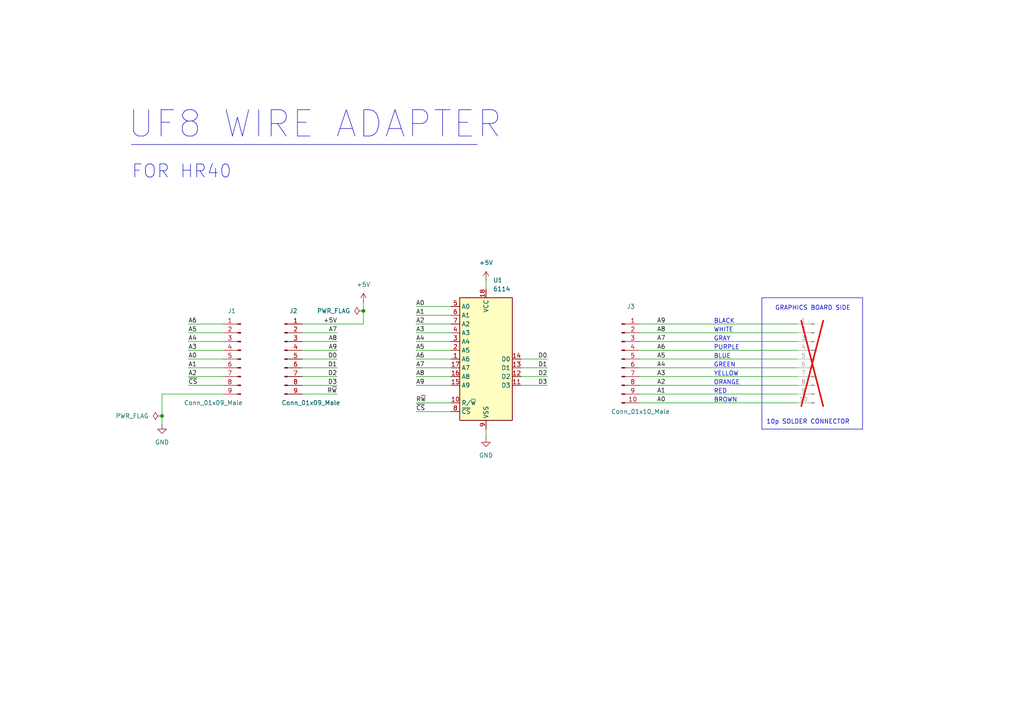
<source format=kicad_sch>
(kicad_sch (version 20231120) (generator "eeschema") (generator_version "8.0")
  (paper "A4")
  (title_block (title "UF8 WIRE ADAPTER") (date "2023-02-21") (rev "V001") (comment 2 "creativecommons.org/licenses/by-sa/4.0/") (comment 3 "License: CC BY-SA 4.0") (comment 4 "Author: InsaneDruid"))
  (lib_symbols
    (symbol "Connector:Conn_01x09_Pin" (pin_names (offset 1.016) hide)
      (property "Reference" "J" (at 0 12.7 0))
      (property "Value" "Conn_01x09_Pin" (at 0 -12.7 0))
      (symbol "Conn_01x09_Pin_1_1"
        (polyline (pts (xy 1.27 -10.16) (xy 0.8636 -10.16)) (stroke (width 0.1524)))
        (polyline (pts (xy 1.27 -7.62) (xy 0.8636 -7.62)) (stroke (width 0.1524)))
        (polyline (pts (xy 1.27 -5.08) (xy 0.8636 -5.08)) (stroke (width 0.1524)))
        (polyline (pts (xy 1.27 -2.54) (xy 0.8636 -2.54)) (stroke (width 0.1524)))
        (polyline (pts (xy 1.27 0) (xy 0.8636 0)) (stroke (width 0.1524)))
        (polyline (pts (xy 1.27 2.54) (xy 0.8636 2.54)) (stroke (width 0.1524)))
        (polyline (pts (xy 1.27 5.08) (xy 0.8636 5.08)) (stroke (width 0.1524)))
        (polyline (pts (xy 1.27 7.62) (xy 0.8636 7.62)) (stroke (width 0.1524)))
        (polyline (pts (xy 1.27 10.16) (xy 0.8636 10.16)) (stroke (width 0.1524)))
        (rectangle (start 0.8636 -10.033) (end 0 -10.287) (stroke (width 0.1524)) (fill (type outline)))
        (rectangle (start 0.8636 -7.493) (end 0 -7.747) (stroke (width 0.1524)) (fill (type outline)))
        (rectangle (start 0.8636 -4.953) (end 0 -5.207) (stroke (width 0.1524)) (fill (type outline)))
        (rectangle (start 0.8636 -2.413) (end 0 -2.667) (stroke (width 0.1524)) (fill (type outline)))
        (rectangle (start 0.8636 0.127) (end 0 -0.127) (stroke (width 0.1524)) (fill (type outline)))
        (rectangle (start 0.8636 2.667) (end 0 2.413) (stroke (width 0.1524)) (fill (type outline)))
        (rectangle (start 0.8636 5.207) (end 0 4.953) (stroke (width 0.1524)) (fill (type outline)))
        (rectangle (start 0.8636 7.747) (end 0 7.493) (stroke (width 0.1524)) (fill (type outline)))
        (rectangle (start 0.8636 10.287) (end 0 10.033) (stroke (width 0.1524)) (fill (type outline)))
        (pin passive line (at 5.08 10.16 180) (length 3.81) (name "Pin_1") (number "1"))
        (pin passive line (at 5.08 7.62 180) (length 3.81) (name "Pin_2") (number "2"))
        (pin passive line (at 5.08 5.08 180) (length 3.81) (name "Pin_3") (number "3"))
        (pin passive line (at 5.08 2.54 180) (length 3.81) (name "Pin_4") (number "4"))
        (pin passive line (at 5.08 0 180) (length 3.81) (name "Pin_5") (number "5"))
        (pin passive line (at 5.08 -2.54 180) (length 3.81) (name "Pin_6") (number "6"))
        (pin passive line (at 5.08 -5.08 180) (length 3.81) (name "Pin_7") (number "7"))
        (pin passive line (at 5.08 -7.62 180) (length 3.81) (name "Pin_8") (number "8"))
        (pin passive line (at 5.08 -10.16 180) (length 3.81) (name "Pin_9") (number "9"))
      )
    )
    (symbol "Connector:Conn_01x10_Pin" (pin_names (offset 1.016) hide)
      (property "Reference" "J" (at 0 12.7 0))
      (property "Value" "Conn_01x10_Pin" (at 0 -15.24 0))
      (symbol "Conn_01x10_Pin_1_1"
        (polyline (pts (xy 1.27 -12.7) (xy 0.8636 -12.7)) (stroke (width 0.1524)))
        (polyline (pts (xy 1.27 -10.16) (xy 0.8636 -10.16)) (stroke (width 0.1524)))
        (polyline (pts (xy 1.27 -7.62) (xy 0.8636 -7.62)) (stroke (width 0.1524)))
        (polyline (pts (xy 1.27 -5.08) (xy 0.8636 -5.08)) (stroke (width 0.1524)))
        (polyline (pts (xy 1.27 -2.54) (xy 0.8636 -2.54)) (stroke (width 0.1524)))
        (polyline (pts (xy 1.27 0) (xy 0.8636 0)) (stroke (width 0.1524)))
        (polyline (pts (xy 1.27 2.54) (xy 0.8636 2.54)) (stroke (width 0.1524)))
        (polyline (pts (xy 1.27 5.08) (xy 0.8636 5.08)) (stroke (width 0.1524)))
        (polyline (pts (xy 1.27 7.62) (xy 0.8636 7.62)) (stroke (width 0.1524)))
        (polyline (pts (xy 1.27 10.16) (xy 0.8636 10.16)) (stroke (width 0.1524)))
        (rectangle (start 0.8636 -12.573) (end 0 -12.827) (stroke (width 0.1524)) (fill (type outline)))
        (rectangle (start 0.8636 -10.033) (end 0 -10.287) (stroke (width 0.1524)) (fill (type outline)))
        (rectangle (start 0.8636 -7.493) (end 0 -7.747) (stroke (width 0.1524)) (fill (type outline)))
        (rectangle (start 0.8636 -4.953) (end 0 -5.207) (stroke (width 0.1524)) (fill (type outline)))
        (rectangle (start 0.8636 -2.413) (end 0 -2.667) (stroke (width 0.1524)) (fill (type outline)))
        (rectangle (start 0.8636 0.127) (end 0 -0.127) (stroke (width 0.1524)) (fill (type outline)))
        (rectangle (start 0.8636 2.667) (end 0 2.413) (stroke (width 0.1524)) (fill (type outline)))
        (rectangle (start 0.8636 5.207) (end 0 4.953) (stroke (width 0.1524)) (fill (type outline)))
        (rectangle (start 0.8636 7.747) (end 0 7.493) (stroke (width 0.1524)) (fill (type outline)))
        (rectangle (start 0.8636 10.287) (end 0 10.033) (stroke (width 0.1524)) (fill (type outline)))
        (pin passive line (at 5.08 10.16 180) (length 3.81) (name "Pin_1") (number "1"))
        (pin passive line (at 5.08 -12.7 180) (length 3.81) (name "Pin_10") (number "10"))
        (pin passive line (at 5.08 7.62 180) (length 3.81) (name "Pin_2") (number "2"))
        (pin passive line (at 5.08 5.08 180) (length 3.81) (name "Pin_3") (number "3"))
        (pin passive line (at 5.08 2.54 180) (length 3.81) (name "Pin_4") (number "4"))
        (pin passive line (at 5.08 0 180) (length 3.81) (name "Pin_5") (number "5"))
        (pin passive line (at 5.08 -2.54 180) (length 3.81) (name "Pin_6") (number "6"))
        (pin passive line (at 5.08 -5.08 180) (length 3.81) (name "Pin_7") (number "7"))
        (pin passive line (at 5.08 -7.62 180) (length 3.81) (name "Pin_8") (number "8"))
        (pin passive line (at 5.08 -10.16 180) (length 3.81) (name "Pin_9") (number "9"))
      )
    )
    (symbol "hrXX_lib_sch:6114"
      (property "Reference" "U" (at 2.54 22.86 0))
      (property "Value" "6114" (at 2.54 20.32 0))
      (symbol "6114_0_1"
        (rectangle (start -7.62 17.78) (end 7.62 -17.78) (stroke (width 0.254)) (fill (type background)))
      )
      (symbol "6114_1_1"
        (pin input line (at -10.16 0 0) (length 2.54) (name "A6") (number "1"))
        (pin input line (at -10.16 -12.7 0) (length 2.54) (name "R/~{W}") (number "10"))
        (pin bidirectional line (at 10.16 -7.62 180) (length 2.54) (name "D3") (number "11"))
        (pin bidirectional line (at 10.16 -5.08 180) (length 2.54) (name "D2") (number "12"))
        (pin bidirectional line (at 10.16 -2.54 180) (length 2.54) (name "D1") (number "13"))
        (pin bidirectional line (at 10.16 0 180) (length 2.54) (name "D0") (number "14"))
        (pin input line (at -10.16 -7.62 0) (length 2.54) (name "A9") (number "15"))
        (pin input line (at -10.16 -5.08 0) (length 2.54) (name "A8") (number "16"))
        (pin input line (at -10.16 -2.54 0) (length 2.54) (name "A7") (number "17"))
        (pin power_in line (at 0 20.32 270) (length 2.54) (name "VCC") (number "18"))
        (pin input line (at -10.16 2.54 0) (length 2.54) (name "A5") (number "2"))
        (pin input line (at -10.16 5.08 0) (length 2.54) (name "A4") (number "3"))
        (pin input line (at -10.16 7.62 0) (length 2.54) (name "A3") (number "4"))
        (pin input line (at -10.16 15.24 0) (length 2.54) (name "A0") (number "5"))
        (pin input line (at -10.16 12.7 0) (length 2.54) (name "A1") (number "6"))
        (pin input line (at -10.16 10.16 0) (length 2.54) (name "A2") (number "7"))
        (pin input line (at -10.16 -15.24 0) (length 2.54) (name "~{CS}") (number "8"))
        (pin power_in line (at 0 -20.32 90) (length 2.54) (name "VSS") (number "9"))
      )
    )
    (symbol "power:+5V" (power) (pin_numbers hide) (pin_names (offset 0) hide)
      (property "Value" "+5V" (at 0 3.556 0))
      (symbol "+5V_0_1"
        (polyline (pts (xy -0.762 1.27) (xy 0 2.54)))
        (polyline (pts (xy 0 0) (xy 0 2.54)))
        (polyline (pts (xy 0 2.54) (xy 0.762 1.27)))
      )
      (symbol "+5V_1_1"
        (pin power_in line (at 0 0 90) (length 0) (name "~") (number "1"))
      )
    )
    (symbol "power:GND" (power) (pin_numbers hide) (pin_names (offset 0) hide)
      (property "Value" "GND" (at 0 -3.81 0))
      (symbol "GND_0_1"
        (polyline (pts (xy 0 0) (xy 0 -1.27) (xy 1.27 -1.27) (xy 0 -2.54) (xy -1.27 -1.27) (xy 0 -1.27)))
      )
      (symbol "GND_1_1"
        (pin power_in line (at 0 0 270) (length 0) (name "~") (number "1"))
      )
    )
    (symbol "power:PWR_FLAG" (power) (pin_numbers hide) (pin_names (offset 0) hide)
      (property "Value" "PWR_FLAG" (at 0 3.81 0))
      (symbol "PWR_FLAG_0_0"
        (pin power_out line (at 0 0 90) (length 0) (name "~") (number "1"))
      )
      (symbol "PWR_FLAG_0_1"
        (polyline (pts (xy 0 0) (xy 0 1.27) (xy -1.016 1.905) (xy 0 2.54) (xy 1.016 1.905) (xy 0 1.27)))
      )
    )
  )
  (junction (at 105.41 90.17))
  (junction (at 46.99 120.65))
  (wire (pts (xy 185.42 106.68) (xy 231.14 106.68)))
  (wire (pts (xy 64.77 109.22) (xy 54.61 109.22)))
  (wire (pts (xy 158.75 109.22) (xy 151.13 109.22)))
  (wire (pts (xy 87.63 106.68) (xy 97.79 106.68)))
  (wire (pts (xy 158.75 104.14) (xy 151.13 104.14)))
  (wire (pts (xy 120.65 104.14) (xy 130.81 104.14)))
  (wire (pts (xy 120.65 116.84) (xy 130.81 116.84)))
  (wire (pts (xy 64.77 104.14) (xy 54.61 104.14)))
  (wire (pts (xy 140.97 81.28) (xy 140.97 83.82)))
  (wire (pts (xy 64.77 99.06) (xy 54.61 99.06)))
  (wire (pts (xy 185.42 96.52) (xy 231.14 96.52)))
  (wire (pts (xy 185.42 93.98) (xy 231.14 93.98)))
  (wire (pts (xy 46.99 120.65) (xy 46.99 123.19)))
  (wire (pts (xy 87.63 104.14) (xy 97.79 104.14)))
  (wire (pts (xy 87.63 101.6) (xy 97.79 101.6)))
  (wire (pts (xy 54.61 111.76) (xy 64.77 111.76)))
  (wire (pts (xy 185.42 109.22) (xy 231.14 109.22)))
  (wire (pts (xy 120.65 109.22) (xy 130.81 109.22)))
  (wire (pts (xy 120.65 111.76) (xy 130.81 111.76)))
  (wire (pts (xy 185.42 111.76) (xy 231.14 111.76)))
  (wire (pts (xy 87.63 114.3) (xy 97.79 114.3)))
  (wire (pts (xy 120.65 91.44) (xy 130.81 91.44)))
  (wire (pts (xy 120.65 99.06) (xy 130.81 99.06)))
  (polyline (pts (xy 220.98 86.36) (xy 220.98 124.46)))
  (wire (pts (xy 105.41 87.63) (xy 105.41 90.17)))
  (wire (pts (xy 64.77 106.68) (xy 54.61 106.68)))
  (wire (pts (xy 140.97 124.46) (xy 140.97 127)))
  (wire (pts (xy 120.65 119.38) (xy 130.81 119.38)))
  (polyline (pts (xy 220.98 86.36) (xy 250.19 86.36)))
  (wire (pts (xy 46.99 114.3) (xy 64.77 114.3)))
  (wire (pts (xy 158.75 106.68) (xy 151.13 106.68)))
  (polyline (pts (xy 250.19 124.46) (xy 250.19 86.36)))
  (wire (pts (xy 158.75 111.76) (xy 151.13 111.76)))
  (polyline (pts (xy 220.98 124.46) (xy 250.19 124.46)))
  (wire (pts (xy 185.42 99.06) (xy 231.14 99.06)))
  (wire (pts (xy 120.65 106.68) (xy 130.81 106.68)))
  (wire (pts (xy 87.63 109.22) (xy 97.79 109.22)))
  (wire (pts (xy 120.65 93.98) (xy 130.81 93.98)))
  (wire (pts (xy 64.77 101.6) (xy 54.61 101.6)))
  (wire (pts (xy 185.42 116.84) (xy 231.14 116.84)))
  (wire (pts (xy 185.42 114.3) (xy 231.14 114.3)))
  (wire (pts (xy 46.99 114.3) (xy 46.99 120.65)))
  (wire (pts (xy 64.77 96.52) (xy 54.61 96.52)))
  (wire (pts (xy 54.61 93.98) (xy 64.77 93.98)))
  (wire (pts (xy 120.65 96.52) (xy 130.81 96.52)))
  (polyline (pts (xy 38.1 41.91) (xy 138.43 41.91)) (stroke (width 0) (type solid)))
  (wire (pts (xy 120.65 88.9) (xy 130.81 88.9)))
  (wire (pts (xy 87.63 96.52) (xy 97.79 96.52)))
  (wire (pts (xy 87.63 93.98) (xy 105.41 93.98)))
  (wire (pts (xy 185.42 101.6) (xy 231.14 101.6)))
  (wire (pts (xy 105.41 90.17) (xy 105.41 93.98)))
  (wire (pts (xy 185.42 104.14) (xy 231.14 104.14)))
  (wire (pts (xy 87.63 99.06) (xy 97.79 99.06)))
  (wire (pts (xy 87.63 111.76) (xy 97.79 111.76)))
  (wire (pts (xy 120.65 101.6) (xy 130.81 101.6)))
  (text "UF8 WIRE ADAPTER" (at 36.83 40.64 0) (effects (font (size 7.62 7.62)) (justify left bottom)))
  (text "BROWN" (at 207.01 116.84 0) (effects (font (size 1.27 1.27)) (justify left bottom)))
  (text "WHITE" (at 207.01 96.52 0) (effects (font (size 1.27 1.27)) (justify left bottom)))
  (text "10p SOLDER CONNECTOR" (at 222.25 123.19 0) (effects (font (size 1.27 1.27)) (justify left bottom)))
  (text "FOR HR40" (at 38.1 52.07 0) (effects (font (size 3.81 3.81)) (justify left bottom)))
  (text "BLACK" (at 207.01 93.98 0) (effects (font (size 1.27 1.27)) (justify left bottom)))
  (text "BLUE" (at 207.01 104.14 0) (effects (font (size 1.27 1.27)) (justify left bottom)))
  (text "GRAY" (at 207.01 99.06 0) (effects (font (size 1.27 1.27)) (justify left bottom)))
  (text "PURPLE" (at 207.01 101.6 0) (effects (font (size 1.27 1.27)) (justify left bottom)))
  (text "GRAPHICS BOARD SIDE" (at 224.79 90.17 0) (effects (font (size 1.27 1.27)) (justify left bottom)))
  (text "GREEN" (at 207.01 106.68 0) (effects (font (size 1.27 1.27)) (justify left bottom)))
  (text "RED" (at 207.01 114.3 0) (effects (font (size 1.27 1.27)) (justify left bottom)))
  (text "YELLOW" (at 207.01 109.22 0) (effects (font (size 1.27 1.27)) (justify left bottom)))
  (text "ORANGE" (at 207.01 111.76 0) (effects (font (size 1.27 1.27)) (justify left bottom)))
  (label "D0" (at 97.79 104.14 180))
  (label "A7" (at 97.79 96.52 180))
  (label "A4" (at 120.65 99.06 0))
  (label "A6" (at 54.61 93.98 0))
  (label "A2" (at 54.61 109.22 0))
  (label "A1" (at 54.61 106.68 0))
  (label "A4" (at 193.04 106.68 180))
  (label "D0" (at 158.75 104.14 180))
  (label "A1" (at 193.04 114.3 180))
  (label "D1" (at 158.75 106.68 180))
  (label "~{CS}" (at 120.65 119.38 0))
  (label "A8" (at 97.79 99.06 180))
  (label "A6" (at 120.65 104.14 0))
  (label "A9" (at 97.79 101.6 180))
  (label "A7" (at 193.04 99.06 180))
  (label "A6" (at 193.04 101.6 180))
  (label "A9" (at 193.04 93.98 180))
  (label "R~{W}" (at 120.65 116.84 0))
  (label "~{CS}" (at 54.61 111.76 0))
  (label "A7" (at 120.65 106.68 0))
  (label "D3" (at 97.79 111.76 180))
  (label "A4" (at 54.61 99.06 0))
  (label "R~{W}" (at 97.79 114.3 180))
  (label "A5" (at 54.61 96.52 0))
  (label "A2" (at 193.04 111.76 180))
  (label "A8" (at 193.04 96.52 180))
  (label "D3" (at 158.75 111.76 180))
  (label "D2" (at 158.75 109.22 180))
  (label "A2" (at 120.65 93.98 0))
  (label "A1" (at 120.65 91.44 0))
  (label "A5" (at 193.04 104.14 180))
  (label "A0" (at 120.65 88.9 0))
  (label "A0" (at 193.04 116.84 180))
  (label "A3" (at 120.65 96.52 0))
  (label "A0" (at 54.61 104.14 0))
  (label "A9" (at 120.65 111.76 0))
  (label "D2" (at 97.79 109.22 180))
  (label "A3" (at 54.61 101.6 0))
  (label "A5" (at 120.65 101.6 0))
  (label "A3" (at 193.04 109.22 180))
  (label "D1" (at 97.79 106.68 180))
  (label "+5V" (at 97.79 93.98 180))
  (label "A8" (at 120.65 109.22 0))
  (symbol (lib_id "Connector:Conn_01x10_Pin") (at 180.34 104.14 0) (unit 1) (in_bom no)
    (property "Reference" "J3" (at 184.15 88.9 0) (effects (justify right)))
    (property "Value" "Conn_01x10_Male" (at 194.31 119.38 0) (effects (justify right)))
    (property "Footprint" "hrXX_lib_fp:Solderpad_02_05_Odd_Even" (effects (hide yes)))
    (property "Description" "Generic connector, single row, 01x10, script generated" (effects (hide yes)))
  )
  (symbol (lib_id "Connector:Conn_01x09_Pin") (at 69.85 104.14 0) (mirror y) (unit 1)
    (property "Reference" "J1" (at 66.04 90.17 0) (effects (justify right)))
    (property "Value" "Conn_01x09_Male" (at 53.34 116.84 0) (effects (justify right)))
    (property "Footprint" "hrXX_lib_fp:PinHeader_1x09_P2.54mm_Vertical" (effects (hide yes)))
    (property "Description" "Generic connector, single row, 01x09, script generated" (effects (hide yes)))
  )
  (symbol (lib_id "power:GND") (at 140.97 127 0) (unit 1)
    (property "Reference" "#PWR0101" (effects (hide yes)))
    (property "Value" "GND" (at 140.97 132.08 0))
    (property "Description" "Power symbol creates a global label with name \"GND\" , ground" (effects (hide yes)))
  )
  (symbol (lib_id "power:+5V") (at 140.97 81.28 0) (unit 1)
    (property "Reference" "#PWR0102" (effects (hide yes)))
    (property "Value" "+5V" (at 140.97 76.2 0))
    (property "Description" "Power symbol creates a global label with name \"+5V\"" (effects (hide yes)))
  )
  (symbol (lib_id "power:+5V") (at 105.41 87.63 0) (mirror y) (unit 1)
    (property "Reference" "#PWR0104" (effects (hide yes)))
    (property "Value" "+5V" (at 105.41 82.55 0))
    (property "Description" "Power symbol creates a global label with name \"+5V\"" (effects (hide yes)))
  )
  (symbol (lib_id "Connector:Conn_01x10_Pin") (at 236.22 104.14 0) (mirror y) (unit 1) (in_bom no) (on_board no) (dnp yes)
    (property "Reference" "J4" (effects (hide yes)))
    (property "Value" "Conn_01x10_Male" (effects (hide yes)))
    (property "Footprint" "hrXX_lib_fp:Conn_02_05_Odd_Even" (effects (hide yes)))
    (property "Description" "Generic connector, single row, 01x10, script generated" (effects (hide yes)))
  )
  (symbol (lib_id "power:PWR_FLAG") (at 105.41 90.17 90) (unit 1)
    (property "Reference" "#FLG0101" (effects (hide yes)))
    (property "Value" "PWR_FLAG" (at 101.6 90.1699 90) (effects (justify left)))
    (property "Description" "Special symbol for telling ERC where power comes from" (effects (hide yes)))
  )
  (symbol (lib_id "power:GND") (at 46.99 123.19 0) (unit 1)
    (property "Reference" "#PWR0103" (effects (hide yes)))
    (property "Value" "GND" (at 46.99 128.27 0))
    (property "Description" "Power symbol creates a global label with name \"GND\" , ground" (effects (hide yes)))
  )
  (symbol (lib_id "power:PWR_FLAG") (at 46.99 120.65 90) (mirror x) (unit 1)
    (property "Reference" "#FLG0102" (effects (hide yes)))
    (property "Value" "PWR_FLAG" (at 43.18 120.6499 90) (effects (justify left)))
    (property "Description" "Special symbol for telling ERC where power comes from" (effects (hide yes)))
  )
  (symbol (lib_id "hrXX_lib_sch:6114") (at 140.97 104.14 0) (unit 1)
    (property "Reference" "U1" (at 142.9894 81.28 0) (effects (justify left)))
    (property "Value" "6114" (at 142.9894 83.82 0) (effects (justify left)))
    (property "Footprint" "hrXX_lib_fp:DIP-18_W7.62mm_Socket" (effects (hide yes)))
    (property "Datasheet" "https://datasheetspdf.com/pdf-file/1093097/UMC/UM6114/1" (effects (hide yes)))
    (property "Description" "1K x 4 CMOS SRAM" (effects (hide yes)))
  )
  (symbol (lib_id "Connector:Conn_01x09_Pin") (at 82.55 104.14 0) (unit 1)
    (property "Reference" "J2" (at 85.09 90.17 0))
    (property "Value" "Conn_01x09_Male" (at 90.17 116.84 0))
    (property "Footprint" "hrXX_lib_fp:PinHeader_1x09_P2.54mm_Vertical" (effects (hide yes)))
    (property "Description" "Generic connector, single row, 01x09, script generated" (effects (hide yes)))
  )
)
</source>
